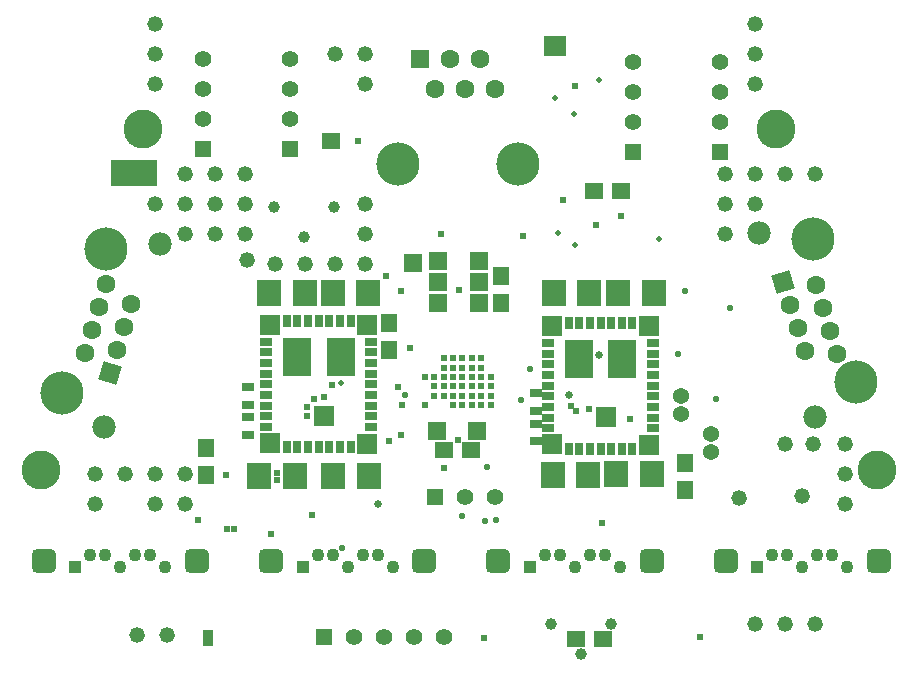
<source format=gbs>
%FSLAX25Y25*%
%MOIN*%
G70*
G01*
G75*
G04 Layer_Color=16711935*
%ADD10C,0.00605*%
%ADD11R,0.02756X0.03543*%
%ADD12R,0.05000X0.06000*%
%ADD13R,0.06000X0.05000*%
%ADD14R,0.06000X0.06000*%
%ADD15R,0.06496X0.00984*%
%ADD16R,0.06496X0.00984*%
%ADD17R,0.03543X0.02756*%
%ADD18C,0.02000*%
%ADD19R,0.02756X0.01575*%
%ADD20R,0.15000X0.08500*%
%ADD21R,0.01378X0.05512*%
%ADD22R,0.07087X0.06299*%
%ADD23R,0.03347X0.05118*%
%ADD24C,0.00800*%
%ADD25C,0.02000*%
%ADD26C,0.00400*%
%ADD27C,0.00500*%
%ADD28C,0.00425*%
%ADD29C,0.00600*%
%ADD30C,0.03500*%
%ADD31R,0.05200X0.05200*%
%ADD32C,0.05200*%
%ADD33C,0.13000*%
%ADD34C,0.03937*%
G04:AMPARAMS|DCode=35|XSize=78.74mil|YSize=78.74mil|CornerRadius=19.69mil|HoleSize=0mil|Usage=FLASHONLY|Rotation=0.000|XOffset=0mil|YOffset=0mil|HoleType=Round|Shape=RoundedRectangle|*
%AMROUNDEDRECTD35*
21,1,0.07874,0.03937,0,0,0.0*
21,1,0.03937,0.07874,0,0,0.0*
1,1,0.03937,0.01969,-0.01969*
1,1,0.03937,-0.01969,-0.01969*
1,1,0.03937,-0.01969,0.01969*
1,1,0.03937,0.01969,0.01969*
%
%ADD35ROUNDEDRECTD35*%
%ADD36R,0.03937X0.03937*%
%ADD37R,0.02000X0.02000*%
%ADD38R,0.05200X0.05200*%
%ADD39R,0.03740X0.02362*%
%ADD40C,0.04000*%
%ADD41P,0.02165X8X22.5*%
%ADD42C,0.03000*%
%ADD43R,0.02362X0.03740*%
%ADD44C,0.05000*%
%ADD45C,0.07400*%
%ADD46C,0.05906*%
%ADD47P,0.08352X4X298.0*%
%ADD48C,0.14000*%
%ADD49P,0.08352X4X152.0*%
%ADD50R,0.05906X0.05906*%
%ADD51C,0.02200*%
%ADD52C,0.01800*%
%ADD53C,0.04000*%
%ADD54C,0.04200*%
%ADD55C,0.02800*%
%ADD56C,0.05800*%
G04:AMPARAMS|DCode=57|XSize=68mil|YSize=68mil|CornerRadius=0mil|HoleSize=0mil|Usage=FLASHONLY|Rotation=0.000|XOffset=0mil|YOffset=0mil|HoleType=Round|Shape=Relief|Width=10mil|Gap=10mil|Entries=4|*
%AMTHD57*
7,0,0,0.06800,0.04800,0.01000,45*
%
%ADD57THD57*%
%ADD58C,0.11600*%
%ADD59C,0.04913*%
%ADD60C,0.07315*%
G04:AMPARAMS|DCode=61|XSize=20mil|YSize=20mil|CornerRadius=0mil|HoleSize=0mil|Usage=FLASHONLY|Rotation=0.000|XOffset=0mil|YOffset=0mil|HoleType=Round|Shape=Relief|Width=4mil|Gap=3mil|Entries=4|*
%AMTHD61*
7,0,0,0.02000,0.01400,0.00400,45*
%
%ADD61THD61*%
G04:AMPARAMS|DCode=62|XSize=40mil|YSize=40mil|CornerRadius=0mil|HoleSize=0mil|Usage=FLASHONLY|Rotation=0.000|XOffset=0mil|YOffset=0mil|HoleType=Round|Shape=Relief|Width=6mil|Gap=8mil|Entries=4|*
%AMTHD62*
7,0,0,0.04000,0.02400,0.00600,45*
%
%ADD62THD62*%
G04:AMPARAMS|DCode=63|XSize=52mil|YSize=52mil|CornerRadius=0mil|HoleSize=0mil|Usage=FLASHONLY|Rotation=0.000|XOffset=0mil|YOffset=0mil|HoleType=Round|Shape=Relief|Width=6mil|Gap=8mil|Entries=4|*
%AMTHD63*
7,0,0,0.05200,0.03600,0.00600,45*
%
%ADD63THD63*%
%ADD64C,0.04500*%
%ADD65C,0.08200*%
%ADD66C,0.05500*%
%ADD67C,0.14800*%
%ADD68C,0.05543*%
%ADD69C,0.03200*%
%ADD70C,0.00480*%
%ADD71C,0.00390*%
%ADD72R,0.07874X0.08661*%
%ADD73R,0.06000X0.06000*%
%ADD74C,0.02500*%
%ADD75C,0.01500*%
G04:AMPARAMS|DCode=76|XSize=98mil|YSize=98mil|CornerRadius=0mil|HoleSize=0mil|Usage=FLASHONLY|Rotation=0.000|XOffset=0mil|YOffset=0mil|HoleType=Round|Shape=Relief|Width=10mil|Gap=10mil|Entries=4|*
%AMTHD76*
7,0,0,0.09800,0.07800,0.01000,45*
%
%ADD76THD76*%
%ADD77R,0.09252X0.12205*%
%ADD78R,0.06299X0.06693*%
%ADD79R,0.06299X0.06693*%
%ADD80R,0.07874X0.08661*%
%ADD81C,0.01000*%
%ADD82C,0.00375*%
%ADD83R,0.02000X0.01000*%
%ADD84R,0.07000X0.19000*%
%ADD85R,0.01000X0.13760*%
%ADD86R,0.05000X0.14260*%
%ADD87R,0.02107X0.03100*%
%ADD88R,0.06000X0.02760*%
%ADD89R,0.00500X0.01500*%
%ADD90R,0.01500X0.03000*%
%ADD91R,0.07500X0.26000*%
%ADD92R,0.02362X0.03740*%
%ADD93R,0.02362X0.03740*%
%ADD94R,0.02362X0.03740*%
%ADD95R,0.02362X0.03740*%
%ADD96R,0.03740X0.02362*%
%ADD97R,0.03740X0.02362*%
%ADD98R,0.06000X0.03500*%
%ADD99R,0.02000X0.01500*%
%ADD100R,0.05000X0.15000*%
%ADD101R,0.01000X0.14000*%
%ADD102R,0.02000X0.02000*%
%ADD103C,0.00787*%
%ADD104C,0.00984*%
%ADD105C,0.01200*%
%ADD106C,0.00394*%
%ADD107R,0.03156X0.03943*%
%ADD108R,0.05400X0.06400*%
%ADD109R,0.06400X0.05400*%
%ADD110R,0.06400X0.06400*%
%ADD111R,0.06896X0.01384*%
%ADD112R,0.06896X0.01384*%
%ADD113R,0.03943X0.03156*%
%ADD114C,0.02400*%
%ADD115R,0.03156X0.01975*%
%ADD116R,0.15400X0.08900*%
%ADD117R,0.01778X0.05912*%
%ADD118R,0.07487X0.06699*%
%ADD119R,0.03747X0.05518*%
%ADD120C,0.03900*%
%ADD121R,0.05600X0.05600*%
%ADD122C,0.05600*%
%ADD123C,0.04337*%
G04:AMPARAMS|DCode=124|XSize=82.74mil|YSize=82.74mil|CornerRadius=21.69mil|HoleSize=0mil|Usage=FLASHONLY|Rotation=0.000|XOffset=0mil|YOffset=0mil|HoleType=Round|Shape=RoundedRectangle|*
%AMROUNDEDRECTD124*
21,1,0.08274,0.03937,0,0,0.0*
21,1,0.03937,0.08274,0,0,0.0*
1,1,0.04337,0.01969,-0.01969*
1,1,0.04337,-0.01969,-0.01969*
1,1,0.04337,-0.01969,0.01969*
1,1,0.04337,0.01969,0.01969*
%
%ADD124ROUNDEDRECTD124*%
%ADD125R,0.04337X0.04337*%
%ADD126R,0.02400X0.02400*%
%ADD127R,0.05600X0.05600*%
%ADD128R,0.04140X0.02762*%
%ADD129C,0.04400*%
%ADD130P,0.02598X8X22.5*%
%ADD131C,0.03400*%
%ADD132R,0.02762X0.04140*%
%ADD133C,0.05400*%
%ADD134C,0.07800*%
%ADD135C,0.06306*%
%ADD136P,0.08917X4X298.0*%
%ADD137C,0.14400*%
%ADD138P,0.08917X4X152.0*%
%ADD139R,0.06306X0.06306*%
%ADD140C,0.02600*%
%ADD141R,0.08274X0.09061*%
%ADD142R,0.06400X0.06400*%
%ADD143R,0.09652X0.12605*%
%ADD144R,0.06699X0.07093*%
%ADD145R,0.06699X0.07093*%
%ADD146R,0.08274X0.09061*%
%ADD147R,0.02400X0.02400*%
D18*
X277028Y305000D02*
D03*
X278028Y260000D02*
D03*
X311804Y257776D02*
D03*
X205528Y210000D02*
D03*
X283428Y299500D02*
D03*
X291528Y310800D02*
D03*
X283528Y256000D02*
D03*
D32*
X343528Y309500D02*
D03*
Y319500D02*
D03*
Y329500D02*
D03*
X213528Y309500D02*
D03*
X373528Y189500D02*
D03*
X353528D02*
D03*
X338328Y171600D02*
D03*
X373528Y169500D02*
D03*
Y179500D02*
D03*
X359328Y172100D02*
D03*
X363128Y189500D02*
D03*
X153528Y169500D02*
D03*
X143528D02*
D03*
X123528D02*
D03*
X153528Y179500D02*
D03*
X143528D02*
D03*
X133528D02*
D03*
X123528D02*
D03*
X363528Y129500D02*
D03*
X353528D02*
D03*
X343528D02*
D03*
X333528Y259500D02*
D03*
X343528Y269500D02*
D03*
X333528D02*
D03*
X363528Y279500D02*
D03*
X353528D02*
D03*
X343528D02*
D03*
X333528D02*
D03*
X174328Y250800D02*
D03*
X183528Y249500D02*
D03*
X193528D02*
D03*
X203528D02*
D03*
X213528D02*
D03*
Y259500D02*
D03*
Y269500D02*
D03*
X143528Y329500D02*
D03*
Y319500D02*
D03*
Y309500D02*
D03*
X173528Y259500D02*
D03*
X163528D02*
D03*
X153528D02*
D03*
X143528Y269500D02*
D03*
X153528D02*
D03*
X163528D02*
D03*
X173528D02*
D03*
Y279500D02*
D03*
X163528D02*
D03*
X153528D02*
D03*
X213528Y319500D02*
D03*
X203528D02*
D03*
X147728Y125800D02*
D03*
X137728D02*
D03*
D33*
X105820Y181000D02*
D03*
X384418D02*
D03*
X350528Y294531D02*
D03*
X139849Y294500D02*
D03*
D51*
X335428Y234700D02*
D03*
X320428Y240400D02*
D03*
X268628Y214600D02*
D03*
X265728Y204200D02*
D03*
X246128Y165600D02*
D03*
X253628Y163700D02*
D03*
X226928Y206000D02*
D03*
X254328Y181800D02*
D03*
X257428Y164100D02*
D03*
X206028Y154700D02*
D03*
X317928Y219600D02*
D03*
X330628Y204400D02*
D03*
D108*
X259028Y245500D02*
D03*
Y236500D02*
D03*
X221528Y220800D02*
D03*
Y229800D02*
D03*
X320328Y174200D02*
D03*
Y183200D02*
D03*
X160728Y188300D02*
D03*
Y179300D02*
D03*
D109*
X249028Y187500D02*
D03*
X240028D02*
D03*
X284028Y124500D02*
D03*
X293028D02*
D03*
X202428Y290400D02*
D03*
X299028Y274000D02*
D03*
X290028D02*
D03*
D110*
X229528Y250000D02*
D03*
D113*
X174528Y202547D02*
D03*
Y198453D02*
D03*
X270528Y206453D02*
D03*
Y200547D02*
D03*
X174528Y192547D02*
D03*
X270528Y196306D02*
D03*
Y190400D02*
D03*
X174528Y208453D02*
D03*
D114*
X246178Y202402D02*
D03*
X243028D02*
D03*
X233579D02*
D03*
X255626Y205551D02*
D03*
X252477D02*
D03*
X249327D02*
D03*
X246178D02*
D03*
X243028D02*
D03*
X239878D02*
D03*
X236729D02*
D03*
X255626Y208701D02*
D03*
X252477D02*
D03*
X249327D02*
D03*
X246178D02*
D03*
X243028D02*
D03*
X239878D02*
D03*
X236729D02*
D03*
X255626Y211850D02*
D03*
X252477D02*
D03*
X249327D02*
D03*
X246178D02*
D03*
X243028D02*
D03*
X239878D02*
D03*
X236729D02*
D03*
X233579D02*
D03*
X252477Y215000D02*
D03*
X249327D02*
D03*
X246178D02*
D03*
X243028D02*
D03*
X239878D02*
D03*
X252477Y218150D02*
D03*
X249327D02*
D03*
X246178D02*
D03*
X243028D02*
D03*
X239878D02*
D03*
X252477Y202402D02*
D03*
X249327D02*
D03*
X255626D02*
D03*
X325228Y125300D02*
D03*
X290675Y262425D02*
D03*
X228600Y221400D02*
D03*
X245028Y241000D02*
D03*
X220528Y245500D02*
D03*
X279600Y270700D02*
D03*
X238900Y259400D02*
D03*
X225528Y240500D02*
D03*
X226126Y202402D02*
D03*
X225628Y192628D02*
D03*
X244528Y191000D02*
D03*
X299028Y265500D02*
D03*
X224828Y208500D02*
D03*
X253328Y124700D02*
D03*
X266328Y259000D02*
D03*
X301928Y198000D02*
D03*
X283528Y308800D02*
D03*
X202628Y209100D02*
D03*
X200028Y205100D02*
D03*
X194228Y202000D02*
D03*
X196528Y204600D02*
D03*
X194328Y199000D02*
D03*
X167228Y179100D02*
D03*
X288428Y201300D02*
D03*
X292828Y163200D02*
D03*
X196028Y165900D02*
D03*
X169928Y161300D02*
D03*
X167528D02*
D03*
X182328Y159400D02*
D03*
X184428Y177500D02*
D03*
Y179900D02*
D03*
X157928Y164100D02*
D03*
X284027Y200602D02*
D03*
X282329Y202299D02*
D03*
D116*
X136528Y279800D02*
D03*
D118*
X277028Y322312D02*
D03*
D119*
X161482Y125000D02*
D03*
D120*
X183328Y268500D02*
D03*
X203328D02*
D03*
X193328Y258500D02*
D03*
X285528Y119500D02*
D03*
X295528Y129500D02*
D03*
X275528D02*
D03*
D121*
X199928Y125300D02*
D03*
X237028Y172000D02*
D03*
D122*
X209928Y125300D02*
D03*
X219928D02*
D03*
X229928D02*
D03*
X239928D02*
D03*
X332028Y317000D02*
D03*
Y307000D02*
D03*
Y297000D02*
D03*
X303028Y317000D02*
D03*
Y307000D02*
D03*
Y297000D02*
D03*
X188528Y318000D02*
D03*
Y308000D02*
D03*
Y298000D02*
D03*
X159528Y318000D02*
D03*
Y308000D02*
D03*
Y298000D02*
D03*
X257028Y172000D02*
D03*
X247028D02*
D03*
D123*
X354516Y152469D02*
D03*
X359516Y148532D02*
D03*
X364516Y152469D02*
D03*
X349516D02*
D03*
X369516D02*
D03*
X374516Y148532D02*
D03*
X278691Y152469D02*
D03*
X283691Y148532D02*
D03*
X288691Y152469D02*
D03*
X273691D02*
D03*
X293691D02*
D03*
X298691Y148532D02*
D03*
X202865Y152469D02*
D03*
X207865Y148532D02*
D03*
X212865Y152469D02*
D03*
X197865D02*
D03*
X217865D02*
D03*
X222865Y148532D02*
D03*
X127040Y152469D02*
D03*
X132040Y148532D02*
D03*
X137040Y152469D02*
D03*
X122040D02*
D03*
X142040D02*
D03*
X147040Y148532D02*
D03*
D124*
X334004Y150500D02*
D03*
X385028D02*
D03*
X258179D02*
D03*
X309203D02*
D03*
X182353D02*
D03*
X233377D02*
D03*
X106528D02*
D03*
X157552D02*
D03*
D125*
X344516Y148532D02*
D03*
X268691D02*
D03*
X192865D02*
D03*
X117040D02*
D03*
D126*
X211428Y290400D02*
D03*
X240028Y181500D02*
D03*
D127*
X332028Y287000D02*
D03*
X303028D02*
D03*
X188528Y288000D02*
D03*
X159528D02*
D03*
D128*
X215678Y195260D02*
D03*
Y198803D02*
D03*
Y202347D02*
D03*
Y205890D02*
D03*
Y209433D02*
D03*
Y212976D02*
D03*
Y216520D02*
D03*
Y220063D02*
D03*
Y223606D02*
D03*
X180835Y209433D02*
D03*
Y202347D02*
D03*
Y198803D02*
D03*
Y195260D02*
D03*
Y205890D02*
D03*
X274792Y205402D02*
D03*
Y194772D02*
D03*
Y198315D02*
D03*
Y201858D02*
D03*
Y208945D02*
D03*
X309634Y223118D02*
D03*
Y219575D02*
D03*
Y216032D02*
D03*
Y212488D02*
D03*
Y208945D02*
D03*
Y205402D02*
D03*
Y201858D02*
D03*
Y198315D02*
D03*
Y194772D02*
D03*
X274792Y212488D02*
D03*
X180835Y212976D02*
D03*
Y223606D02*
D03*
Y220063D02*
D03*
Y216520D02*
D03*
X274792Y216032D02*
D03*
Y219575D02*
D03*
Y223118D02*
D03*
D132*
X208886Y188469D02*
D03*
X201800D02*
D03*
X205343D02*
D03*
X208886Y230398D02*
D03*
X205343D02*
D03*
X201800D02*
D03*
X198256D02*
D03*
X191170Y188469D02*
D03*
X194713D02*
D03*
X198256D02*
D03*
X292213Y187980D02*
D03*
X288670D02*
D03*
X285126D02*
D03*
X292213Y229909D02*
D03*
X295756D02*
D03*
X299300D02*
D03*
X302843D02*
D03*
Y187980D02*
D03*
X295756D02*
D03*
X299300D02*
D03*
X194713Y230398D02*
D03*
X187626D02*
D03*
X191170D02*
D03*
X285126Y229909D02*
D03*
X281583D02*
D03*
X288670D02*
D03*
X281583Y187980D02*
D03*
X187626Y188469D02*
D03*
D133*
X318928Y205600D02*
D03*
X329028Y186900D02*
D03*
X318928Y199600D02*
D03*
X329028Y193000D02*
D03*
D134*
X126626Y195051D02*
D03*
X145337Y256254D02*
D03*
X363573Y198548D02*
D03*
X344862Y259751D02*
D03*
D135*
X131167Y220850D02*
D03*
X133506Y228501D02*
D03*
X122773Y227599D02*
D03*
X125112Y235250D02*
D03*
X135845Y236151D02*
D03*
X120434Y219949D02*
D03*
X127451Y242900D02*
D03*
X370934Y219620D02*
D03*
X363917Y242572D02*
D03*
X360201Y220522D02*
D03*
X368595Y227271D02*
D03*
X366256Y234921D02*
D03*
X357862Y228172D02*
D03*
X355523Y235823D02*
D03*
X237028Y308000D02*
D03*
X247028D02*
D03*
X242028Y318000D02*
D03*
X252028D02*
D03*
X257028Y308000D02*
D03*
D136*
X128828Y213200D02*
D03*
D137*
X112702Y206628D02*
D03*
X127320Y254443D02*
D03*
X377497Y210124D02*
D03*
X362878Y257940D02*
D03*
X264528Y283000D02*
D03*
X224528D02*
D03*
D138*
X353185Y243473D02*
D03*
D139*
X232028Y318000D02*
D03*
D140*
X291628Y219100D02*
D03*
X281528Y205800D02*
D03*
X218128Y169600D02*
D03*
D141*
X276322Y179300D02*
D03*
X203122Y179000D02*
D03*
X309334Y179500D02*
D03*
X178522Y179000D02*
D03*
X288434Y240000D02*
D03*
X276622D02*
D03*
X298122D02*
D03*
X193534Y239900D02*
D03*
X181722D02*
D03*
X214934Y179000D02*
D03*
X309934Y240000D02*
D03*
X202922Y239900D02*
D03*
X214734D02*
D03*
X190334Y179000D02*
D03*
D142*
X238028Y250500D02*
D03*
X237528Y194000D02*
D03*
X251028D02*
D03*
X238028Y236500D02*
D03*
X251528D02*
D03*
Y243500D02*
D03*
X238028D02*
D03*
X251528Y250500D02*
D03*
D143*
X205540Y218488D02*
D03*
X299496Y218000D02*
D03*
X191071Y218488D02*
D03*
X285028Y218000D02*
D03*
D144*
X200028Y199000D02*
D03*
X293985Y198512D02*
D03*
D145*
X214398Y229315D02*
D03*
X182115Y189945D02*
D03*
X214398Y189551D02*
D03*
X308355Y189063D02*
D03*
X276071Y189457D02*
D03*
X308355Y228827D02*
D03*
X182115Y229315D02*
D03*
X276071Y228827D02*
D03*
D146*
X288134Y179300D02*
D03*
X297522Y179500D02*
D03*
D147*
X221528Y190500D02*
D03*
M02*

</source>
